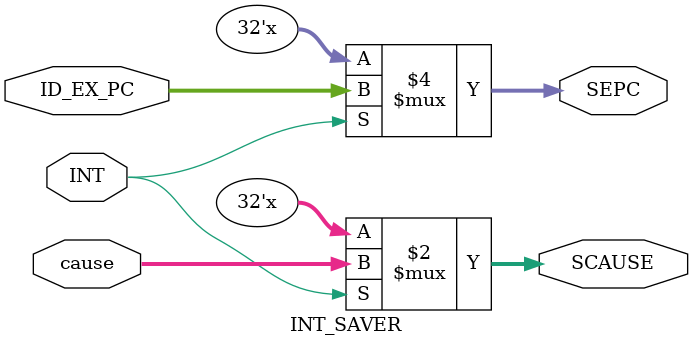
<source format=v>
module INT_SAVER (
    input INT,
    input [31:0] ID_EX_PC,

    input [31:0] cause,

    output reg [31:0] SEPC,
    output reg [31:0] SCAUSE
);

    always @(*) begin
        if (INT) begin
            SEPC <= ID_EX_PC;
            SCAUSE <= cause;
        end
    end
    
endmodule
</source>
